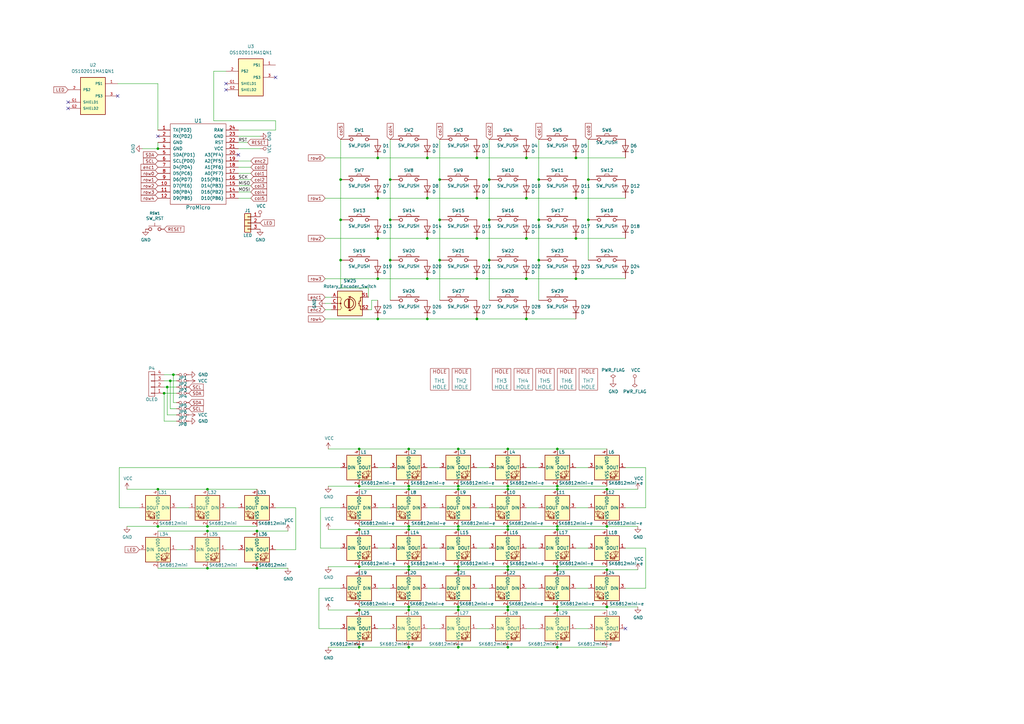
<source format=kicad_sch>
(kicad_sch (version 20211123) (generator eeschema)
  (paper "A3")
  (junction (at 241.3 73.66))
  (junction (at 195.58 114.3))
  (junction (at 208.28 232.41))
  (junction (at 236.22 64.77))
  (junction (at 208.28 200.66))
  (junction (at 180.34 90.17))
  (junction (at 228.6 248.92))
  (junction (at 215.9 97.79))
  (junction (at 167.64 232.41))
  (junction (at 248.92 248.92))
  (junction (at 167.64 215.9))
  (junction (at 241.3 90.17))
  (junction (at 147.32 217.17))
  (junction (at 228.6 265.43))
  (junction (at 64.77 200.66))
  (junction (at 228.6 199.39))
  (junction (at 228.6 184.15))
  (junction (at 187.96 217.17))
  (junction (at 187.96 265.43))
  (junction (at 187.96 215.9))
  (junction (at 200.66 73.66))
  (junction (at 228.6 233.68))
  (junction (at 200.66 90.17))
  (junction (at 167.64 233.68))
  (junction (at 69.85 156.21))
  (junction (at 228.6 250.19))
  (junction (at 85.09 215.9))
  (junction (at 139.7 73.66))
  (junction (at 215.9 114.3))
  (junction (at 187.96 200.66))
  (junction (at 208.28 199.39))
  (junction (at 147.32 265.43))
  (junction (at 248.92 200.66))
  (junction (at 228.6 217.17))
  (junction (at 154.94 97.79))
  (junction (at 248.92 233.68))
  (junction (at 208.28 215.9))
  (junction (at 147.32 199.39))
  (junction (at 220.98 73.66))
  (junction (at 147.32 250.19))
  (junction (at 105.41 233.045))
  (junction (at 187.96 248.92))
  (junction (at 167.64 200.66))
  (junction (at 208.28 233.68))
  (junction (at 160.02 90.17))
  (junction (at 139.7 106.68))
  (junction (at 220.98 90.17))
  (junction (at 167.64 250.19))
  (junction (at 236.22 97.79))
  (junction (at 180.34 73.66))
  (junction (at 187.96 184.15))
  (junction (at 208.28 217.17))
  (junction (at 236.22 114.3))
  (junction (at 208.28 184.15))
  (junction (at 154.94 114.3))
  (junction (at 228.6 215.9))
  (junction (at 180.34 106.68))
  (junction (at 195.58 64.77))
  (junction (at 215.9 130.81))
  (junction (at 228.6 232.41))
  (junction (at 175.26 114.3))
  (junction (at 71.12 153.67))
  (junction (at 187.96 232.41))
  (junction (at 215.9 64.77))
  (junction (at 139.7 90.17))
  (junction (at 215.9 81.28))
  (junction (at 175.26 81.28))
  (junction (at 175.26 97.79))
  (junction (at 195.58 130.81))
  (junction (at 160.02 106.68))
  (junction (at 208.28 248.92))
  (junction (at 236.22 81.28))
  (junction (at 187.96 233.68))
  (junction (at 208.28 250.19))
  (junction (at 85.09 233.045))
  (junction (at 220.98 106.68))
  (junction (at 195.58 81.28))
  (junction (at 154.94 130.81))
  (junction (at 228.6 200.66))
  (junction (at 105.41 217.805))
  (junction (at 68.58 158.75))
  (junction (at 167.64 184.15))
  (junction (at 85.09 200.66))
  (junction (at 154.94 64.77))
  (junction (at 147.32 232.41))
  (junction (at 200.66 106.68))
  (junction (at 64.77 60.96))
  (junction (at 187.96 199.39))
  (junction (at 160.02 73.66))
  (junction (at 248.92 215.9))
  (junction (at 64.77 215.9))
  (junction (at 195.58 97.79))
  (junction (at 187.96 250.19))
  (junction (at 167.64 248.92))
  (junction (at 167.64 199.39))
  (junction (at 167.64 265.43))
  (junction (at 85.09 217.805))
  (junction (at 147.32 184.15))
  (junction (at 175.26 64.77))
  (junction (at 208.28 265.43))
  (junction (at 154.94 81.28))
  (junction (at 67.31 161.29))
  (junction (at 167.64 217.17))
  (junction (at 175.26 130.81))
  (no_connect (at 64.77 55.88))
  (no_connect (at 97.79 63.5))
  (no_connect (at 48.26 39.37))
  (no_connect (at 27.94 44.45))
  (no_connect (at 27.94 41.91))
  (no_connect (at 256.54 257.81))
  (no_connect (at 92.71 34.29))
  (no_connect (at 92.71 36.83))
  (no_connect (at 113.03 31.75))
  (wire (pts (xy 160.02 106.68) (xy 160.02 123.19)))
  (wire (pts (xy 67.31 153.67) (xy 71.12 153.67)))
  (wire (pts (xy 151.13 121.92) (xy 151.13 118.11)))
  (wire (pts (xy 113.03 49.53) (xy 113.03 53.34)))
  (wire (pts (xy 187.96 184.15) (xy 208.28 184.15)))
  (wire (pts (xy 105.41 233.045) (xy 85.09 233.045)))
  (wire (pts (xy 175.26 97.79) (xy 154.94 97.79)))
  (wire (pts (xy 134.62 199.39) (xy 147.32 199.39)))
  (wire (pts (xy 134.62 265.43) (xy 147.32 265.43)))
  (wire (pts (xy 105.41 217.805) (xy 85.09 217.805)))
  (wire (pts (xy 256.54 224.79) (xy 264.795 224.79)))
  (wire (pts (xy 208.28 200.66) (xy 228.6 200.66)))
  (wire (pts (xy 215.9 81.28) (xy 236.22 81.28)))
  (wire (pts (xy 85.09 200.66) (xy 105.41 200.66)))
  (wire (pts (xy 187.96 217.17) (xy 208.28 217.17)))
  (wire (pts (xy 200.66 57.15) (xy 200.66 73.66)))
  (wire (pts (xy 85.09 215.9) (xy 105.41 215.9)))
  (wire (pts (xy 228.6 199.39) (xy 248.92 199.39)))
  (wire (pts (xy 64.77 53.34) (xy 64.77 34.29)))
  (wire (pts (xy 208.28 217.17) (xy 228.6 217.17)))
  (wire (pts (xy 87.63 29.21) (xy 87.63 49.53)))
  (wire (pts (xy 228.6 232.41) (xy 248.92 232.41)))
  (wire (pts (xy 105.41 233.045) (xy 118.11 233.045)))
  (wire (pts (xy 200.66 106.68) (xy 200.66 123.19)))
  (wire (pts (xy 147.32 200.66) (xy 167.64 200.66)))
  (wire (pts (xy 236.22 224.79) (xy 241.3 224.79)))
  (wire (pts (xy 195.58 114.3) (xy 215.9 114.3)))
  (wire (pts (xy 228.6 215.9) (xy 248.92 215.9)))
  (wire (pts (xy 85.09 233.045) (xy 64.77 233.045)))
  (wire (pts (xy 215.9 241.3) (xy 220.98 241.3)))
  (wire (pts (xy 236.22 64.77) (xy 215.9 64.77)))
  (wire (pts (xy 133.35 127) (xy 135.89 127)))
  (wire (pts (xy 167.64 184.15) (xy 187.96 184.15)))
  (wire (pts (xy 195.58 257.81) (xy 200.66 257.81)))
  (wire (pts (xy 215.9 208.28) (xy 220.98 208.28)))
  (wire (pts (xy 175.26 191.77) (xy 180.34 191.77)))
  (wire (pts (xy 139.7 90.17) (xy 139.7 106.68)))
  (wire (pts (xy 228.6 200.66) (xy 248.92 200.66)))
  (wire (pts (xy 64.77 60.96) (xy 58.42 60.96)))
  (wire (pts (xy 175.26 97.79) (xy 195.58 97.79)))
  (wire (pts (xy 215.9 114.3) (xy 236.22 114.3)))
  (wire (pts (xy 154.94 81.28) (xy 133.35 81.28)))
  (wire (pts (xy 228.6 217.17) (xy 248.92 217.17)))
  (wire (pts (xy 147.32 217.17) (xy 167.64 217.17)))
  (wire (pts (xy 195.58 81.28) (xy 215.9 81.28)))
  (wire (pts (xy 167.64 199.39) (xy 187.96 199.39)))
  (wire (pts (xy 248.92 248.92) (xy 261.62 248.92)))
  (wire (pts (xy 228.6 250.19) (xy 248.92 250.19)))
  (wire (pts (xy 187.96 233.68) (xy 208.28 233.68)))
  (wire (pts (xy 69.85 167.64) (xy 72.39 167.64)))
  (wire (pts (xy 67.31 161.29) (xy 72.39 161.29)))
  (wire (pts (xy 208.28 233.68) (xy 228.6 233.68)))
  (wire (pts (xy 167.64 248.92) (xy 187.96 248.92)))
  (wire (pts (xy 64.77 58.42) (xy 64.77 60.96)))
  (wire (pts (xy 147.32 265.43) (xy 167.64 265.43)))
  (wire (pts (xy 208.28 250.19) (xy 228.6 250.19)))
  (wire (pts (xy 64.77 200.66) (xy 85.09 200.66)))
  (wire (pts (xy 167.64 250.19) (xy 187.96 250.19)))
  (wire (pts (xy 139.7 208.28) (xy 131.445 208.28)))
  (wire (pts (xy 72.39 156.21) (xy 69.85 156.21)))
  (wire (pts (xy 67.31 161.29) (xy 67.31 172.72)))
  (wire (pts (xy 187.96 199.39) (xy 208.28 199.39)))
  (wire (pts (xy 208.28 265.43) (xy 228.6 265.43)))
  (wire (pts (xy 152.4 123.19) (xy 154.94 123.19)))
  (wire (pts (xy 220.98 106.68) (xy 220.98 90.17)))
  (wire (pts (xy 241.3 90.17) (xy 241.3 106.68)))
  (wire (pts (xy 102.87 81.28) (xy 97.79 81.28)))
  (wire (pts (xy 236.22 114.3) (xy 256.54 114.3)))
  (wire (pts (xy 195.58 64.77) (xy 215.9 64.77)))
  (wire (pts (xy 92.71 29.21) (xy 87.63 29.21)))
  (wire (pts (xy 208.28 215.9) (xy 228.6 215.9)))
  (wire (pts (xy 167.64 248.92) (xy 147.32 248.92)))
  (wire (pts (xy 236.22 97.79) (xy 256.54 97.79)))
  (wire (pts (xy 154.94 257.81) (xy 160.02 257.81)))
  (wire (pts (xy 228.6 248.92) (xy 248.92 248.92)))
  (wire (pts (xy 175.26 114.3) (xy 195.58 114.3)))
  (wire (pts (xy 92.71 208.28) (xy 97.79 208.28)))
  (wire (pts (xy 167.64 215.9) (xy 187.96 215.9)))
  (wire (pts (xy 130.81 257.81) (xy 139.7 257.81)))
  (wire (pts (xy 180.34 73.66) (xy 180.34 90.17)))
  (wire (pts (xy 215.9 191.77) (xy 220.98 191.77)))
  (wire (pts (xy 215.9 130.81) (xy 236.22 130.81)))
  (wire (pts (xy 67.31 158.75) (xy 68.58 158.75)))
  (wire (pts (xy 101.6 58.42) (xy 97.79 58.42)))
  (wire (pts (xy 160.02 57.15) (xy 160.02 73.66)))
  (wire (pts (xy 200.66 90.17) (xy 200.66 106.68)))
  (wire (pts (xy 97.79 53.34) (xy 113.03 53.34)))
  (wire (pts (xy 180.34 90.17) (xy 180.34 106.68)))
  (wire (pts (xy 167.64 217.17) (xy 187.96 217.17)))
  (wire (pts (xy 220.98 57.15) (xy 220.98 73.66)))
  (wire (pts (xy 71.12 153.67) (xy 71.12 165.1)))
  (wire (pts (xy 175.26 81.28) (xy 154.94 81.28)))
  (wire (pts (xy 180.34 106.68) (xy 180.34 123.19)))
  (wire (pts (xy 195.58 191.77) (xy 200.66 191.77)))
  (wire (pts (xy 195.58 241.3) (xy 200.66 241.3)))
  (wire (pts (xy 215.9 224.79) (xy 220.98 224.79)))
  (wire (pts (xy 68.58 158.75) (xy 72.39 158.75)))
  (wire (pts (xy 154.94 97.79) (xy 133.35 97.79)))
  (wire (pts (xy 72.39 170.18) (xy 68.58 170.18)))
  (wire (pts (xy 152.4 127) (xy 152.4 123.19)))
  (wire (pts (xy 167.64 199.39) (xy 147.32 199.39)))
  (wire (pts (xy 187.96 248.92) (xy 208.28 248.92)))
  (wire (pts (xy 256.54 191.77) (xy 264.795 191.77)))
  (wire (pts (xy 154.94 241.3) (xy 160.02 241.3)))
  (wire (pts (xy 154.94 191.77) (xy 160.02 191.77)))
  (wire (pts (xy 67.31 156.21) (xy 69.85 156.21)))
  (wire (pts (xy 72.39 153.67) (xy 71.12 153.67)))
  (wire (pts (xy 72.39 225.425) (xy 77.47 225.425)))
  (wire (pts (xy 121.285 225.425) (xy 113.03 225.425)))
  (wire (pts (xy 175.26 241.3) (xy 180.34 241.3)))
  (wire (pts (xy 97.79 73.66) (xy 102.87 73.66)))
  (wire (pts (xy 167.64 233.68) (xy 187.96 233.68)))
  (wire (pts (xy 248.92 215.9) (xy 261.62 215.9)))
  (wire (pts (xy 105.41 217.805) (xy 118.11 217.805)))
  (wire (pts (xy 175.26 64.77) (xy 154.94 64.77)))
  (wire (pts (xy 195.58 130.81) (xy 215.9 130.81)))
  (wire (pts (xy 236.22 257.81) (xy 241.3 257.81)))
  (wire (pts (xy 151.13 127) (xy 152.4 127)))
  (wire (pts (xy 220.98 73.66) (xy 220.98 90.17)))
  (wire (pts (xy 160.02 90.17) (xy 160.02 106.68)))
  (wire (pts (xy 139.7 106.68) (xy 139.7 118.11)))
  (wire (pts (xy 92.71 225.425) (xy 97.79 225.425)))
  (wire (pts (xy 97.79 76.2) (xy 102.87 76.2)))
  (wire (pts (xy 64.77 215.9) (xy 85.09 215.9)))
  (wire (pts (xy 139.7 73.66) (xy 139.7 90.17)))
  (wire (pts (xy 52.07 200.66) (xy 64.77 200.66)))
  (wire (pts (xy 154.94 130.81) (xy 175.26 130.81)))
  (wire (pts (xy 236.22 191.77) (xy 241.3 191.77)))
  (wire (pts (xy 220.98 106.68) (xy 220.98 123.19)))
  (wire (pts (xy 195.58 208.28) (xy 200.66 208.28)))
  (wire (pts (xy 187.96 265.43) (xy 208.28 265.43)))
  (wire (pts (xy 236.22 208.28) (xy 241.3 208.28)))
  (wire (pts (xy 248.92 200.66) (xy 261.62 200.66)))
  (wire (pts (xy 208.28 199.39) (xy 228.6 199.39)))
  (wire (pts (xy 228.6 265.43) (xy 248.92 265.43)))
  (wire (pts (xy 167.64 200.66) (xy 187.96 200.66)))
  (wire (pts (xy 228.6 184.15) (xy 248.92 184.15)))
  (wire (pts (xy 67.31 172.72) (xy 72.39 172.72)))
  (wire (pts (xy 248.92 233.68) (xy 261.62 233.68)))
  (wire (pts (xy 134.62 232.41) (xy 147.32 232.41)))
  (wire (pts (xy 160.02 73.66) (xy 160.02 90.17)))
  (wire (pts (xy 208.28 232.41) (xy 228.6 232.41)))
  (wire (pts (xy 154.94 64.77) (xy 133.35 64.77)))
  (wire (pts (xy 131.445 208.28) (xy 131.445 224.79)))
  (wire (pts (xy 134.62 250.19) (xy 147.32 250.19)))
  (wire (pts (xy 167.64 232.41) (xy 187.96 232.41)))
  (wire (pts (xy 175.26 224.79) (xy 180.34 224.79)))
  (wire (pts (xy 134.62 217.17) (xy 147.32 217.17)))
  (wire (pts (xy 208.28 184.15) (xy 228.6 184.15)))
  (wire (pts (xy 57.15 208.28) (xy 48.895 208.28)))
  (wire (pts (xy 121.285 225.425) (xy 121.285 208.28)))
  (wire (pts (xy 236.22 81.28) (xy 256.54 81.28)))
  (wire (pts (xy 139.7 57.15) (xy 139.7 73.66)))
  (wire (pts (xy 48.895 208.28) (xy 48.895 191.77)))
  (wire (pts (xy 187.96 250.19) (xy 208.28 250.19)))
  (wire (pts (xy 200.66 73.66) (xy 200.66 90.17)))
  (wire (pts (xy 264.795 224.79) (xy 264.795 241.3)))
  (wire (pts (xy 133.35 130.81) (xy 154.94 130.81)))
  (wire (pts (xy 131.445 224.79) (xy 139.7 224.79)))
  (wire (pts (xy 113.03 208.28) (xy 121.285 208.28)))
  (wire (pts (xy 175.26 64.77) (xy 195.58 64.77)))
  (wire (pts (xy 167.64 215.9) (xy 147.32 215.9)))
  (wire (pts (xy 134.62 184.15) (xy 147.32 184.15)))
  (wire (pts (xy 69.85 156.21) (xy 69.85 167.64)))
  (wire (pts (xy 64.77 34.29) (xy 48.26 34.29)))
  (wire (pts (xy 154.94 208.28) (xy 160.02 208.28)))
  (wire (pts (xy 72.39 165.1) (xy 71.12 165.1)))
  (wire (pts (xy 175.26 81.28) (xy 195.58 81.28)))
  (wire (pts (xy 264.795 208.28) (xy 256.54 208.28)))
  (wire (pts (xy 102.87 71.12) (xy 97.79 71.12)))
  (wire (pts (xy 68.58 170.18) (xy 68.58 158.75)))
  (wire (pts (xy 195.58 97.79) (xy 215.9 97.79)))
  (wire (pts (xy 215.9 257.81) (xy 220.98 257.81)))
  (wire (pts (xy 175.26 130.81) (xy 195.58 130.81)))
  (wire (pts (xy 147.32 250.19) (xy 167.64 250.19)))
  (wire (pts (xy 48.895 191.77) (xy 139.7 191.77)))
  (wire (pts (xy 106.68 60.96) (xy 97.79 60.96)))
  (wire (pts (xy 264.795 191.77) (xy 264.795 208.28)))
  (wire (pts (xy 187.96 232.41) (xy 208.28 232.41)))
  (wire (pts (xy 147.32 233.68) (xy 167.64 233.68)))
  (wire (pts (xy 236.22 64.77) (xy 256.54 64.77)))
  (wire (pts (xy 154.94 114.3) (xy 133.35 114.3)))
  (wire (pts (xy 187.96 265.43) (xy 167.64 265.43)))
  (wire (pts (xy 208.28 248.92) (xy 228.6 248.92)))
  (wire (pts (xy 139.7 241.3) (xy 130.81 241.3)))
  (wire (pts (xy 72.39 208.28) (xy 77.47 208.28)))
  (wire (pts (xy 175.26 257.81) (xy 180.34 257.81)))
  (wire (pts (xy 195.58 224.79) (xy 200.66 224.79)))
  (wire (pts (xy 102.87 78.74) (xy 97.79 78.74)))
  (wire (pts (xy 106.68 55.88) (xy 97.79 55.88)))
  (wire (pts (xy 241.3 90.17) (xy 241.3 73.66)))
  (wire (pts (xy 175.26 208.28) (xy 180.34 208.28)))
  (wire (pts (xy 147.32 184.15) (xy 167.64 184.15)))
  (wire (pts (xy 97.79 68.58) (xy 102.87 68.58)))
  (wire (pts (xy 151.13 118.11) (xy 139.7 118.11)))
  (wire (pts (xy 187.96 215.9) (xy 208.28 215.9)))
  (wire (pts (xy 87.63 49.53) (xy 113.03 49.53)))
  (wire (pts (xy 97.79 66.04) (xy 102.87 66.04)))
  (wire (pts (xy 130.81 241.3) (xy 130.81 257.81)))
  (wire (pts (xy 180.34 57.15) (xy 180.34 73.66)))
  (wire (pts (xy 175.26 114.3) (xy 154.94 114.3)))
  (wire (pts (xy 215.9 97.79) (xy 236.22 97.79)))
  (wire (pts (xy 236.22 241.3) (xy 241.3 241.3)))
  (wire (pts (xy 52.07 215.9) (xy 64.77 215.9)))
  (wire (pts (xy 85.09 217.805) (xy 64.77 217.805)))
  (wire (pts (xy 154.94 224.79) (xy 160.02 224.79)))
  (wire (pts (xy 187.96 200.66) (xy 208.28 200.66)))
  (wire (pts (xy 228.6 233.68) (xy 248.92 233.68)))
  (wire (pts (xy 241.3 73.66) (xy 241.3 57.15)))
  (wire (pts (xy 133.35 121.92) (xy 135.89 121.92)))
  (wire (pts (xy 264.795 241.3) (xy 256.54 241.3)))
  (wire (pts (xy 133.35 124.46) (xy 135.89 124.46)))
  (wire (pts (xy 167.64 232.41) (xy 147.32 232.41)))
  (label "RST" (at 97.79 58.42 0))
  (label "SCK" (at 97.79 73.66 0))
  (label "MISO" (at 97.79 76.2 0))
  (label "MOSI" (at 97.79 78.74 0))
  (global_label "row0" (shape input) (at 133.35 64.77 180) (property "Intersheet References" "${INTERSHEET_REFS}" (effects hide)))
  (global_label "col5" (shape input) (at 102.87 81.28 0) (property "Intersheet References" "${INTERSHEET_REFS}" (effects hide)))
  (global_label "enc2" (shape input) (at 133.35 127 180) (property "Intersheet References" "${INTERSHEET_REFS}" (effects hide)))
  (global_label "col5" (shape input) (at 139.7 57.15 90) (property "Intersheet References" "${INTERSHEET_REFS}" (effects hide)))
  (global_label "col3" (shape input) (at 180.34 57.15 90) (property "Intersheet References" "${INTERSHEET_REFS}" (effects hide)))
  (global_label "row1" (shape input) (at 64.77 73.66 180) (property "Intersheet References" "${INTERSHEET_REFS}" (effects hide)))
  (global_label "col4" (shape input) (at 102.87 78.74 0) (property "Intersheet References" "${INTERSHEET_REFS}" (effects hide)))
  (global_label "LED" (shape input) (at 57.15 225.425 180) (property "Intersheet References" "${INTERSHEET_REFS}" (effects hide)))
  (global_label "row1" (shape input) (at 133.35 81.28 180) (property "Intersheet References" "${INTERSHEET_REFS}" (effects hide)))
  (global_label "enc1" (shape input) (at 64.77 68.58 180) (property "Intersheet References" "${INTERSHEET_REFS}" (effects hide)))
  (global_label "col0" (shape input) (at 102.87 68.58 0) (property "Intersheet References" "${INTERSHEET_REFS}" (effects hide)))
  (global_label "col3" (shape input) (at 102.87 76.2 0) (property "Intersheet References" "${INTERSHEET_REFS}" (effects hide)))
  (global_label "row0" (shape input) (at 64.77 71.12 180) (property "Intersheet References" "${INTERSHEET_REFS}" (effects hide)))
  (global_label "SCL" (shape input) (at 77.47 167.64 0) (property "Intersheet References" "${INTERSHEET_REFS}" (effects hide)))
  (global_label "row2" (shape input) (at 64.77 76.2 180) (property "Intersheet References" "${INTERSHEET_REFS}" (effects hide)))
  (global_label "LED" (shape input) (at 27.94 36.83 180) (property "Intersheet References" "${INTERSHEET_REFS}" (effects hide)))
  (global_label "col4" (shape input) (at 160.02 57.15 90) (property "Intersheet References" "${INTERSHEET_REFS}" (effects hide)))
  (global_label "SDA" (shape input) (at 64.77 63.5 180) (property "Intersheet References" "${INTERSHEET_REFS}" (effects hide)))
  (global_label "col1" (shape input) (at 102.87 71.12 0) (property "Intersheet References" "${INTERSHEET_REFS}" (effects hide)))
  (global_label "enc1" (shape input) (at 133.35 121.92 180) (property "Intersheet References" "${INTERSHEET_REFS}" (effects hide)))
  (global_label "SDA" (shape input) (at 77.47 165.1 0) (property "Intersheet References" "${INTERSHEET_REFS}" (effects hide)))
  (global_label "col1" (shape input) (at 220.98 57.15 90) (property "Intersheet References" "${INTERSHEET_REFS}" (effects hide)))
  (global_label "col0" (shape input) (at 241.3 57.15 90) (property "Intersheet References" "${INTERSHEET_REFS}" (effects hide)))
  (global_label "SDA" (shape input) (at 77.47 161.29 0) (property "Intersheet References" "${INTERSHEET_REFS}" (effects hide)))
  (global_label "enc2" (shape input) (at 102.87 66.04 0) (property "Intersheet References" "${INTERSHEET_REFS}" (effects hide)))
  (global_label "row4" (shape input) (at 64.77 81.28 180) (property "Intersheet References" "${INTERSHEET_REFS}" (effects hide)))
  (global_label "RESET" (shape input) (at 101.6 58.42 0) (property "Intersheet References" "${INTERSHEET_REFS}" (effects hide)))
  (global_label "RESET" (shape input) (at 67.31 93.98 0) (property "Intersheet References" "${INTERSHEET_REFS}" (effects hide)))
  (global_label "row3" (shape input) (at 64.77 78.74 180) (property "Intersheet References" "${INTERSHEET_REFS}" (effects hide)))
  (global_label "row4" (shape input) (at 133.35 130.81 180) (property "Intersheet References" "${INTERSHEET_REFS}" (effects hide)))
  (global_label "SCL" (shape input) (at 77.47 158.75 0) (property "Intersheet References" "${INTERSHEET_REFS}" (effects hide)))
  (global_label "row3" (shape input) (at 133.35 114.3 180) (property "Intersheet References" "${INTERSHEET_REFS}" (effects hide)))
  (global_label "col2" (shape input) (at 102.87 73.66 0) (property "Intersheet References" "${INTERSHEET_REFS}" (effects hide)))
  (global_label "LED" (shape input) (at 106.68 91.44 0) (property "Intersheet References" "${INTERSHEET_REFS}" (effects hide)))
  (global_label "SCL" (shape input) (at 64.77 66.04 180) (property "Intersheet References" "${INTERSHEET_REFS}" (effects hide)))
  (global_label "row2" (shape input) (at 133.35 97.79 180) (property "Intersheet References" "${INTERSHEET_REFS}" (effects hide)))
  (global_label "col2" (shape input) (at 200.66 57.15 90) (property "Intersheet References" "${INTERSHEET_REFS}" (effects hide)))
  (symbol (lib_id "Lily58-rescue:ProMicro_2-Lily58-cache") (at 81.28 67.31 0) (unit 1)
    (property "Reference" "U1" (at 81.28 49.53 0) (effects (font (size 1.524 1.524))))
    (property "Value" "ProMicro" (at 81.28 85.09 0) (effects (font (size 1.524 1.524))))
    (property "Footprint" "Lily58-footprint:ProMicro_rev2" (effects hide))
  )
  (symbol (lib_id "Lily58-rescue:SW_PUSH-Lily58-cache") (at 167.64 123.19 0) (unit 1)
    (property "Reference" "SW26" (at 167.64 119.38 0))
    (property "Value" "SW_PUSH" (at 167.64 125.73 0))
    (property "Footprint" "Lily58-footprint:MX_Socket_18mm" (effects hide))
  )
  (symbol (lib_id "Lily58-rescue:SW_PUSH-Lily58-cache") (at 147.32 57.15 0) (unit 1)
    (property "Reference" "SW1" (at 147.32 53.34 0))
    (property "Value" "SW_PUSH" (at 147.32 59.69 0))
    (property "Footprint" "Lily58-footprint:MX_Socket_18mm" (effects hide))
  )
  (symbol (lib_id "Lily58-rescue:D-Lily58-cache") (at 154.94 60.96 90) (unit 1)
    (property "Reference" "D1" (at 156.9466 59.7916 90) (effects (justify right)))
    (property "Value" "D" (at 156.9466 62.103 90) (effects (justify right)))
    (property "Footprint" "Lily58-footprint:Diode_TH_SOD123" (effects hide))
  )
  (symbol (lib_id "Lily58-rescue:SW_PUSH-Lily58-cache") (at 167.64 57.15 0) (unit 1)
    (property "Reference" "SW2" (at 167.64 53.34 0))
    (property "Value" "SW_PUSH" (at 167.64 59.69 0))
    (property "Footprint" "Lily58-footprint:MX_Socket_18mm" (effects hide))
  )
  (symbol (lib_id "Lily58-rescue:D-Lily58-cache") (at 175.26 60.96 90) (unit 1)
    (property "Reference" "D2" (at 177.2666 59.7916 90) (effects (justify right)))
    (property "Value" "D" (at 177.2666 62.103 90) (effects (justify right)))
    (property "Footprint" "Lily58-footprint:Diode_TH_SOD123" (effects hide))
  )
  (symbol (lib_id "Lily58-rescue:SW_PUSH-Lily58-cache") (at 187.96 57.15 0) (unit 1)
    (property "Reference" "SW3" (at 187.96 53.34 0))
    (property "Value" "SW_PUSH" (at 187.96 59.69 0))
    (property "Footprint" "Lily58-footprint:MX_Socket_18mm" (effects hide))
  )
  (symbol (lib_id "Lily58-rescue:D-Lily58-cache") (at 195.58 60.96 90) (unit 1)
    (property "Reference" "D3" (at 197.5866 59.7916 90) (effects (justify right)))
    (property "Value" "D" (at 197.5866 62.103 90) (effects (justify right)))
    (property "Footprint" "Lily58-footprint:Diode_TH_SOD123" (effects hide))
  )
  (symbol (lib_id "Lily58-rescue:SW_PUSH-Lily58-cache") (at 208.28 57.15 0) (unit 1)
    (property "Reference" "SW4" (at 208.28 53.34 0))
    (property "Value" "SW_PUSH" (at 208.28 59.69 0))
    (property "Footprint" "Lily58-footprint:MX_Socket_18mm" (effects hide))
  )
  (symbol (lib_id "Lily58-rescue:D-Lily58-cache") (at 215.9 60.96 90) (unit 1)
    (property "Reference" "D4" (at 217.9066 59.7916 90) (effects (justify right)))
    (property "Value" "D" (at 217.9066 62.103 90) (effects (justify right)))
    (property "Footprint" "Lily58-footprint:Diode_TH_SOD123" (effects hide))
  )
  (symbol (lib_id "Lily58-rescue:SW_PUSH-Lily58-cache") (at 228.6 57.15 0) (unit 1)
    (property "Reference" "SW5" (at 228.6 53.34 0))
    (property "Value" "SW_PUSH" (at 228.6 59.69 0))
    (property "Footprint" "Lily58-footprint:MX_Socket_18mm" (effects hide))
  )
  (symbol (lib_id "Lily58-rescue:D-Lily58-cache") (at 236.22 60.96 90) (unit 1)
    (property "Reference" "D5" (at 238.2266 59.7916 90) (effects (justify right)))
    (property "Value" "D" (at 238.2266 62.103 90) (effects (justify right)))
    (property "Footprint" "Lily58-footprint:Diode_TH_SOD123" (effects hide))
  )
  (symbol (lib_id "Lily58-rescue:SW_PUSH-Lily58-cache") (at 248.92 57.15 0) (unit 1)
    (property "Reference" "SW6" (at 248.92 53.34 0))
    (property "Value" "SW_PUSH" (at 248.92 58.42 0))
    (property "Footprint" "Lily58-footprint:MX_Socket_18mm" (effects hide))
  )
  (symbol (lib_id "Lily58-rescue:D-Lily58-cache") (at 256.54 60.96 90) (unit 1)
    (property "Reference" "D6" (at 258.5466 59.7916 90) (effects (justify right)))
    (property "Value" "D" (at 258.5466 62.103 90) (effects (justify right)))
    (property "Footprint" "Lily58-footprint:Diode_TH_SOD123" (effects hide))
  )
  (symbol (lib_id "Lily58-rescue:SW_PUSH-Lily58-cache") (at 167.64 73.66 0) (unit 1)
    (property "Reference" "SW8" (at 167.64 69.85 0))
    (property "Value" "SW_PUSH" (at 167.64 76.2 0))
    (property "Footprint" "Lily58-footprint:MX_Socket_18mm" (effects hide))
  )
  (symbol (lib_id "Lily58-rescue:SW_PUSH-Lily58-cache") (at 187.96 73.66 0) (unit 1)
    (property "Reference" "SW9" (at 187.96 69.85 0))
    (property "Value" "SW_PUSH" (at 187.96 76.2 0))
    (property "Footprint" "Lily58-footprint:MX_Socket_18mm" (effects hide))
  )
  (symbol (lib_id "Lily58-rescue:SW_PUSH-Lily58-cache") (at 208.28 73.66 0) (unit 1)
    (property "Reference" "SW10" (at 208.28 69.85 0))
    (property "Value" "SW_PUSH" (at 208.28 76.2 0))
    (property "Footprint" "Lily58-footprint:MX_Socket_18mm" (effects hide))
  )
  (symbol (lib_id "Lily58-rescue:SW_PUSH-Lily58-cache") (at 228.6 73.66 0) (unit 1)
    (property "Reference" "SW11" (at 228.6 69.85 0))
    (property "Value" "SW_PUSH" (at 228.6 76.2 0))
    (property "Footprint" "Lily58-footprint:MX_Socket_18mm" (effects hide))
  )
  (symbol (lib_id "Lily58-rescue:SW_PUSH-Lily58-cache") (at 248.92 73.66 0) (unit 1)
    (property "Reference" "SW12" (at 248.92 69.85 0))
    (property "Value" "SW_PUSH" (at 248.92 76.2 0))
    (property "Footprint" "Lily58-footprint:MX_Socket_18mm" (effects hide))
  )
  (symbol (lib_id "Lily58-rescue:SW_PUSH-Lily58-cache") (at 147.32 73.66 0) (unit 1)
    (property "Reference" "SW7" (at 147.32 69.85 0))
    (property "Value" "SW_PUSH" (at 147.32 76.2 0))
    (property "Footprint" "Lily58-footprint:MX_Socket_18mm" (effects hide))
  )
  (symbol (lib_id "Lily58-rescue:D-Lily58-cache") (at 154.94 77.47 90) (unit 1)
    (property "Reference" "D7" (at 156.9466 76.3016 90) (effects (justify right)))
    (property "Value" "D" (at 156.9466 78.613 90) (effects (justify right)))
    (property "Footprint" "Lily58-footprint:Diode_TH_SOD123" (effects hide))
  )
  (symbol (lib_id "Lily58-rescue:D-Lily58-cache") (at 175.26 77.47 90) (unit 1)
    (property "Reference" "D8" (at 177.2666 76.3016 90) (effects (justify right)))
    (property "Value" "D" (at 177.2666 78.613 90) (effects (justify right)))
    (property "Footprint" "Lily58-footprint:Diode_TH_SOD123" (effects hide))
  )
  (symbol (lib_id "Lily58-rescue:D-Lily58-cache") (at 195.58 77.47 90) (unit 1)
    (property "Reference" "D9" (at 197.5866 76.3016 90) (effects (justify right)))
    (property "Value" "D" (at 197.5866 78.613 90) (effects (justify right)))
    (property "Footprint" "Lily58-footprint:Diode_TH_SOD123" (effects hide))
  )
  (symbol (lib_id "Lily58-rescue:D-Lily58-cache") (at 215.9 77.47 90) (unit 1)
    (property "Reference" "D10" (at 217.9066 76.3016 90) (effects (justify right)))
    (property "Value" "D" (at 217.9066 78.613 90) (effects (justify right)))
    (property "Footprint" "Lily58-footprint:Diode_TH_SOD123" (effects hide))
  )
  (symbol (lib_id "Lily58-rescue:D-Lily58-cache") (at 236.22 77.47 90) (unit 1)
    (property "Reference" "D11" (at 238.2266 76.3016 90) (effects (justify right)))
    (property "Value" "D" (at 238.2266 78.613 90) (effects (justify right)))
    (property "Footprint" "Lily58-footprint:Diode_TH_SOD123" (effects hide))
  )
  (symbol (lib_id "Lily58-rescue:D-Lily58-cache") (at 256.54 77.47 90) (unit 1)
    (property "Reference" "D12" (at 258.5466 76.3016 90) (effects (justify right)))
    (property "Value" "D" (at 258.5466 78.613 90) (effects (justify right)))
    (property "Footprint" "Lily58-footprint:Diode_TH_SOD123" (effects hide))
  )
  (symbol (lib_id "Lily58-rescue:SW_PUSH-Lily58-cache") (at 147.32 90.17 0) (unit 1)
    (property "Reference" "SW13" (at 147.32 86.36 0))
    (property "Value" "SW_PUSH" (at 147.32 92.71 0))
    (property "Footprint" "Lily58-footprint:MX_Socket_18mm" (effects hide))
  )
  (symbol (lib_id "Lily58-rescue:SW_PUSH-Lily58-cache") (at 167.64 90.17 0) (unit 1)
    (property "Reference" "SW14" (at 167.64 86.36 0))
    (property "Value" "SW_PUSH" (at 167.64 92.71 0))
    (property "Footprint" "Lily58-footprint:MX_Socket_18mm" (effects hide))
  )
  (symbol (lib_id "Lily58-rescue:SW_PUSH-Lily58-cache") (at 187.96 90.17 0) (unit 1)
    (property "Reference" "SW15" (at 187.96 86.36 0))
    (property "Value" "SW_PUSH" (at 187.96 92.71 0))
    (property "Footprint" "Lily58-footprint:MX_Socket_18mm" (effects hide))
  )
  (symbol (lib_id "Lily58-rescue:SW_PUSH-Lily58-cache") (at 208.28 90.17 0) (unit 1)
    (property "Reference" "SW16" (at 208.28 86.36 0))
    (property "Value" "SW_PUSH" (at 208.28 92.71 0))
    (property "Footprint" "Lily58-footprint:MX_Socket_18mm" (effects hide))
  )
  (symbol (lib_id "Lily58-rescue:SW_PUSH-Lily58-cache") (at 228.6 90.17 0) (unit 1)
    (property "Reference" "SW17" (at 228.6 86.36 0))
    (property "Value" "SW_PUSH" (at 228.6 92.71 0))
    (property "Footprint" "Lily58-footprint:MX_Socket_18mm" (effects hide))
  )
  (symbol (lib_id "Lily58-rescue:SW_PUSH-Lily58-cache") (at 248.92 90.17 0) (unit 1)
    (property "Reference" "SW18" (at 248.92 86.36 0))
    (property "Value" "SW_PUSH" (at 248.92 92.71 0))
    (property "Footprint" "Lily58-footprint:MX_Socket_18mm" (effects hide))
  )
  (symbol (lib_id "Lily58-rescue:D-Lily58-cache") (at 154.94 93.98 90) (unit 1)
    (property "Reference" "D13" (at 156.9466 92.8116 90) (effects (justify right)))
    (property "Value" "D" (at 156.9466 95.123 90) (effects (justify right)))
    (property "Footprint" "Lily58-footprint:Diode_TH_SOD123" (effects hide))
  )
  (symbol (lib_id "Lily58-rescue:D-Lily58-cache") (at 175.26 93.98 90) (unit 1)
    (property "Reference" "D14" (at 177.2666 92.8116 90) (effects (justify right)))
    (property "Value" "D" (at 177.2666 95.123 90) (effects (justify right)))
    (property "Footprint" "Lily58-footprint:Diode_TH_SOD123" (effects hide))
  )
  (symbol (lib_id "Lily58-rescue:D-Lily58-cache") (at 195.58 93.98 90) (unit 1)
    (property "Reference" "D15" (at 197.5866 92.8116 90) (effects (justify right)))
    (property "Value" "D" (at 197.5866 95.123 90) (effects (justify right)))
    (property "Footprint" "Lily58-footprint:Diode_TH_SOD123" (effects hide))
  )
  (symbol (lib_id "Lily58-rescue:D-Lily58-cache") (at 215.9 93.98 90) (unit 1)
    (property "Reference" "D16" (at 217.9066 92.8116 90) (effects (justify right)))
    (property "Value" "D" (at 217.9066 95.123 90) (effects (justify right)))
    (property "Footprint" "Lily58-footprint:Diode_TH_SOD123" (effects hide))
  )
  (symbol (lib_id "Lily58-rescue:D-Lily58-cache") (at 236.22 93.98 90) (unit 1)
    (property "Reference" "D17" (at 238.2266 92.8116 90) (effects (justify right)))
    (property "Value" "D" (at 238.2266 95.123 90) (effects (justify right)))
    (property "Footprint" "Lily58-footprint:Diode_TH_SOD123" (effects hide))
  )
  (symbol (lib_id "Lily58-rescue:D-Lily58-cache") (at 256.54 93.98 90) (unit 1)
    (property "Reference" "D18" (at 258.5466 92.8116 90) (effects (justify right)))
    (property "Value" "D" (at 258.5466 95.123 90) (effects (justify right)))
    (property "Footprint" "Lily58-footprint:Diode_TH_SOD123" (effects hide))
  )
  (symbol (lib_id "Lily58-rescue:SW_PUSH-Lily58-cache") (at 187.96 106.68 0) (unit 1)
    (property "Reference" "SW21" (at 187.96 102.87 0))
    (property "Value" "SW_PUSH" (at 187.96 109.22 0))
    (property "Footprint" "Lily58-footprint:MX_Socket_18mm" (effects hide))
  )
  (symbol (lib_id "Lily58-rescue:SW_PUSH-Lily58-cache") (at 208.28 106.68 0) (unit 1)
    (property "Reference" "SW22" (at 208.28 102.87 0))
    (property "Value" "SW_PUSH" (at 208.28 109.22 0))
    (property "Footprint" "Lily58-footprint:MX_Socket_18mm" (effects hide))
  )
  (symbol (lib_id "Lily58-rescue:SW_PUSH-Lily58-cache") (at 228.6 106.68 0) (unit 1)
    (property "Reference" "SW23" (at 228.6 102.87 0))
    (property "Value" "SW_PUSH" (at 228.6 109.22 0))
    (property "Footprint" "Lily58-footprint:MX_Socket_18mm" (effects hide))
  )
  (symbol (lib_id "Lily58-rescue:SW_PUSH-Lily58-cache") (at 248.92 106.68 0) (unit 1)
    (property "Reference" "SW24" (at 248.92 102.87 0))
    (property "Value" "SW_PUSH" (at 248.92 109.22 0))
    (property "Footprint" "Lily58-footprint:MX_Socket_18mm" (effects hide))
  )
  (symbol (lib_id "Lily58-rescue:SW_PUSH-Lily58-cache") (at 167.64 106.68 0) (unit 1)
    (property "Reference" "SW20" (at 167.64 102.87 0))
    (property "Value" "SW_PUSH" (at 167.64 109.22 0))
    (property "Footprint" "Lily58-footprint:MX_Socket_18mm" (effects hide))
  )
  (symbol (lib_id "Lily58-rescue:SW_PUSH-Lily58-cache") (at 147.32 106.68 0) (unit 1)
    (property "Reference" "SW19" (at 147.32 102.87 0))
    (property "Value" "SW_PUSH" (at 147.32 109.22 0))
    (property "Footprint" "Lily58-footprint:MX_Socket_18mm" (effects hide))
  )
  (symbol (lib_id "Lily58-rescue:D-Lily58-cache") (at 154.94 110.49 90) (unit 1)
    (property "Reference" "D19" (at 156.9466 109.3216 90) (effects (justify right)))
    (property "Value" "D" (at 156.9466 111.633 90) (effects (justify right)))
    (property "Footprint" "Lily58-footprint:Diode_TH_SOD123" (effects hide))
  )
  (symbol (lib_id "Lily58-rescue:D-Lily58-cache") (at 175.26 110.49 90) (unit 1)
    (property "Reference" "D20" (at 177.2666 109.3216 90) (effects (justify right)))
    (property "Value" "D" (at 177.2666 111.633 90) (effects (justify right)))
    (property "Footprint" "Lily58-footprint:Diode_TH_SOD123" (effects hide))
  )
  (symbol (lib_id "Lily58-rescue:D-Lily58-cache") (at 195.58 110.49 90) (unit 1)
    (property "Reference" "D21" (at 197.5866 109.3216 90) (effects (justify right)))
    (property "Value" "D" (at 197.5866 111.633 90) (effects (justify right)))
    (property "Footprint" "Lily58-footprint:Diode_TH_SOD123" (effects hide))
  )
  (symbol (lib_id "Lily58-rescue:D-Lily58-cache") (at 215.9 110.49 90) (unit 1)
    (property "Reference" "D22" (at 217.9066 109.3216 90) (effects (justify right)))
    (property "Value" "D" (at 217.9066 111.633 90) (effects (justify right)))
    (property "Footprint" "Lily58-footprint:Diode_TH_SOD123" (effects hide))
  )
  (symbol (lib_id "Lily58-rescue:D-Lily58-cache") (at 236.22 110.49 90) (unit 1)
    (property "Reference" "D23" (at 238.2266 109.3216 90) (effects (justify right)))
    (property "Value" "D" (at 238.2266 111.633 90) (effects (justify right)))
    (property "Footprint" "Lily58-footprint:Diode_TH_SOD123" (effects hide))
  )
  (symbol (lib_id "Lily58-rescue:D-Lily58-cache") (at 256.54 110.49 90) (unit 1)
    (property "Reference" "D24" (at 258.5466 109.3216 90) (effects (justify right)))
    (property "Value" "D" (at 258.5466 111.633 90) (effects (justify right)))
    (property "Footprint" "Lily58-footprint:Diode_TH_SOD123" (effects hide))
  )
  (symbol (lib_id "Lily58-rescue:SW_PUSH-Lily58-cache") (at 187.96 123.19 0) (unit 1)
    (property "Reference" "SW27" (at 187.96 119.38 0))
    (property "Value" "SW_PUSH" (at 187.96 125.73 0))
    (property "Footprint" "Lily58-footprint:MX_Socket_18mm" (effects hide))
  )
  (symbol (lib_id "Lily58-rescue:SW_PUSH-Lily58-cache") (at 208.28 123.19 0) (unit 1)
    (property "Reference" "SW28" (at 208.28 119.38 0))
    (property "Value" "SW_PUSH" (at 208.28 125.73 0))
    (property "Footprint" "Lily58-footprint:MX_Socket_18mm" (effects hide))
  )
  (symbol (lib_id "Lily58-rescue:SW_PUSH-Lily58-cache") (at 228.6 123.19 0) (unit 1)
    (property "Reference" "SW29" (at 228.6 119.38 0))
    (property "Value" "SW_PUSH" (at 228.6 125.73 0))
    (property "Footprint" "Lily58-footprint:MX_Socket_18mm" (effects hide))
  )
  (symbol (lib_id "Lily58-rescue:D-Lily58-cache") (at 154.94 127 90) (unit 1)
    (property "Reference" "D25" (at 156.9466 125.8316 90) (effects (justify right)))
    (property "Value" "D" (at 156.9466 128.143 90) (effects (justify right)))
    (property "Footprint" "Lily58-footprint:Diode_TH_SOD123" (effects hide))
  )
  (symbol (lib_id "Lily58-rescue:D-Lily58-cache") (at 175.26 127 90) (unit 1)
    (property "Reference" "D26" (at 177.2666 125.8316 90) (effects (justify right)))
    (property "Value" "D" (at 177.2666 128.143 90) (effects (justify right)))
    (property "Footprint" "Lily58-footprint:Diode_TH_SOD123" (effects hide))
  )
  (symbol (lib_id "Lily58-rescue:D-Lily58-cache") (at 195.58 127 90) (unit 1)
    (property "Reference" "D27" (at 197.5866 125.8316 90) (effects (justify right)))
    (property "Value" "D" (at 197.5866 128.143 90) (effects (justify right)))
    (property "Footprint" "Lily58-footprint:Diode_TH_SOD123" (effects hide))
  )
  (symbol (lib_id "Lily58-rescue:D-Lily58-cache") (at 215.9 127 90) (unit 1)
    (property "Reference" "D28" (at 217.9066 125.8316 90) (effects (justify right)))
    (property "Value" "D" (at 217.9066 128.143 90) (effects (justify right)))
    (property "Footprint" "Lily58-footprint:Diode_TH_SOD123" (effects hide))
  )
  (symbol (lib_id "Lily58-rescue:D-Lily58-cache") (at 236.22 127 90) (unit 1)
    (property "Reference" "D29" (at 238.2266 125.8316 90) (effects (justify right)))
    (property "Value" "D" (at 238.2266 128.143 90) (effects (justify right)))
    (property "Footprint" "Lily58-footprint:Diode_TH_SOD123" (effects hide))
  )
  (symbol (lib_id "Lily58-rescue:VCC-Lily58-cache") (at 106.68 60.96 270) (unit 1)
    (property "Reference" "#PWR04" (effects hide))
    (property "Value" "VCC" (at 110.49 60.96 0))
  )
  (symbol (lib_id "Lily58-rescue:LED-Lily58-cache") (at 101.6 91.44 0) (unit 1)
    (property "Reference" "J1" (at 101.6 86.36 0))
    (property "Value" "LED" (at 101.6 96.52 0))
    (property "Footprint" "Lily58-footprint:StripLED" (effects hide))
  )
  (symbol (lib_id "Lily58-rescue:VCC-Lily58-cache") (at 106.68 88.9 0) (unit 1)
    (property "Reference" "#PWR07" (effects hide))
    (property "Value" "VCC" (at 107.1118 84.5058 0))
  )
  (symbol (lib_id "Lily58-rescue:GND-Lily58-cache") (at 106.68 93.98 0) (unit 1)
    (property "Reference" "#PWR08" (effects hide))
    (property "Value" "GND" (at 106.807 98.3742 0))
  )
  (symbol (lib_id "Lily58-rescue:GND-Lily58-cache") (at 59.69 93.98 0) (unit 1)
    (property "Reference" "#PWR010" (effects hide))
    (property "Value" "GND" (at 59.817 98.3742 0))
  )
  (symbol (lib_id "Lily58-rescue:PWR_FLAG-Lily58-cache") (at 251.46 156.21 0) (unit 1)
    (property "Reference" "#FLG01" (effects hide))
    (property "Value" "PWR_FLAG" (at 251.46 151.7904 0))
  )
  (symbol (lib_id "Lily58-rescue:GND-Lily58-cache") (at 251.46 156.21 0) (unit 1)
    (property "Reference" "#PWR012" (effects hide))
    (property "Value" "GND" (at 251.587 160.6042 0))
  )
  (symbol (lib_id "Lily58-rescue:VCC-Lily58-cache") (at 260.35 156.21 0) (unit 1)
    (property "Reference" "#PWR013" (effects hide))
    (property "Value" "VCC" (at 260.7818 151.8158 0))
  )
  (symbol (lib_id "Lily58-rescue:PWR_FLAG-Lily58-cache") (at 260.35 156.21 180) (unit 1)
    (property "Reference" "#FLG02" (effects hide))
    (property "Value" "PWR_FLAG" (at 260.35 160.6042 0))
  )
  (symbol (lib_id "Lily58-rescue:HOLE-Lily58-cache") (at 180.34 156.21 0) (unit 1)
    (property "Reference" "TH1" (at 180.34 156.21 0) (effects (font (size 1.524 1.524))))
    (property "Value" "HOLE" (at 180.34 158.75 0) (effects (font (size 1.524 1.524))))
    (property "Footprint" "Lily58-footprint:HOLE_M2" (effects hide))
  )
  (symbol (lib_id "Lily58-rescue:HOLE-Lily58-cache") (at 189.23 156.21 0) (unit 1)
    (property "Reference" "TH2" (at 189.23 156.21 0) (effects (font (size 1.524 1.524))))
    (property "Value" "HOLE" (at 189.23 158.75 0) (effects (font (size 1.524 1.524))))
    (property "Footprint" "Lily58-footprint:HOLE_M2" (effects hide))
  )
  (symbol (lib_id "Lily58-rescue:HOLE-Lily58-cache") (at 214.63 156.21 0) (unit 1)
    (property "Reference" "TH4" (at 214.63 156.21 0) (effects (font (size 1.524 1.524))))
    (property "Value" "HOLE" (at 214.63 158.75 0) (effects (font (size 1.524 1.524))))
    (property "Footprint" "Lily58-footprint:HOLE_M2_TH" (effects hide))
  )
  (symbol (lib_id "Lily58-rescue:HOLE-Lily58-cache") (at 223.52 156.21 0) (unit 1)
    (property "Reference" "TH5" (at 223.52 156.21 0) (effects (font (size 1.524 1.524))))
    (property "Value" "HOLE" (at 223.52 158.75 0) (effects (font (size 1.524 1.524))))
    (property "Footprint" "Lily58-footprint:HOLE_M2_TH" (effects hide))
  )
  (symbol (lib_id "Lily58-rescue:HOLE-Lily58-cache") (at 232.41 156.21 0) (unit 1)
    (property "Reference" "TH6" (at 232.41 156.21 0) (effects (font (size 1.524 1.524))))
    (property "Value" "HOLE" (at 232.41 158.75 0) (effects (font (size 1.524 1.524))))
    (property "Footprint" "Lily58-footprint:HOLE_M2_TH" (effects hide))
  )
  (symbol (lib_id "Lily58-rescue:HOLE-Lily58-cache") (at 241.3 156.21 0) (unit 1)
    (property "Reference" "TH7" (at 241.3 156.21 0) (effects (font (size 1.524 1.524))))
    (property "Value" "HOLE" (at 241.3 158.75 0) (effects (font (size 1.524 1.524))))
    (property "Footprint" "Lily58-footprint:HOLE_M2_TH" (effects hide))
  )
  (symbol (lib_id "Lily58-rescue:HOLE-Lily58-cache") (at 205.74 156.21 0) (unit 1)
    (property "Reference" "TH3" (at 205.74 156.21 0) (effects (font (size 1.524 1.524))))
    (property "Value" "HOLE" (at 205.74 158.75 0) (effects (font (size 1.524 1.524))))
    (property "Footprint" "Lily58-footprint:HOLE_M2_TH" (effects hide))
  )
  (symbol (lib_id "Lily58-rescue:GND-Lily58-cache") (at 106.68 55.88 90) (unit 1)
    (property "Reference" "#PWR0101" (effects hide))
    (property "Value" "GND" (at 110.49 55.88 0))
  )
  (symbol (lib_id "Lily58-rescue:GND-Lily58-cache") (at 58.42 60.96 270) (unit 1)
    (property "Reference" "#PWR0102" (effects hide))
    (property "Value" "GND" (at 54.61 60.96 0))
  )
  (symbol (lib_id "Lily58-rescue:SW_RST-Lily58-cache") (at 63.5 93.98 0) (unit 1)
    (property "Reference" "RSW1" (at 63.5 87.4776 0) (effects (font (size 1.016 1.016))))
    (property "Value" "SW_RST" (at 63.5 89.5858 0))
    (property "Footprint" "Lily58-footprint:TACT_SWITCH_TVBP06" (effects hide))
  )
  (symbol (lib_id "Lily58-rescue:CONN_01X04-Lily58-cache") (at 62.23 157.48 180) (unit 1)
    (property "Reference" "P4" (at 62.23 151.13 0))
    (property "Value" "OLED" (at 62.23 163.83 0))
    (property "Footprint" "Lily58-footprint:MY_SIL-4" (effects hide))
  )
  (symbol (lib_id "power:GND") (at 77.47 153.67 90) (unit 1)
    (property "Reference" "#PWR03" (effects hide))
    (property "Value" "GND" (at 81.28 153.67 90) (effects (justify right)))
  )
  (symbol (lib_id "power:VCC") (at 77.47 156.21 270) (unit 1)
    (property "Reference" "#PWR09" (effects hide))
    (property "Value" "VCC" (at 81.28 156.21 90) (effects (justify left)))
  )
  (symbol (lib_id "Device:Jumper_NO_Small") (at 74.93 153.67 0) (unit 1)
    (property "Reference" "JP1" (at 74.93 154.94 0))
    (property "Value" "Jumper_NO_Small" (effects hide))
    (property "Footprint" "Lily58-footprint:Jumper" (effects hide))
  )
  (symbol (lib_id "Device:Jumper_NO_Small") (at 74.93 156.21 0) (unit 1)
    (property "Reference" "JP2" (at 74.93 157.48 0))
    (property "Value" "Jumper_NO_Small" (effects hide))
    (property "Footprint" "Lily58-footprint:Jumper" (effects hide))
  )
  (symbol (lib_id "Device:Jumper_NO_Small") (at 74.93 158.75 0) (unit 1)
    (property "Reference" "JP3" (at 74.93 160.02 0))
    (property "Value" "Jumper_NO_Small" (effects hide))
    (property "Footprint" "Lily58-footprint:Jumper" (effects hide))
  )
  (symbol (lib_id "Device:Jumper_NO_Small") (at 74.93 161.29 0) (unit 1)
    (property "Reference" "JP4" (at 74.93 162.56 0))
    (property "Value" "Jumper_NO_Small" (effects hide))
    (property "Footprint" "Lily58-footprint:Jumper" (effects hide))
  )
  (symbol (lib_id "power:VCC") (at 77.47 170.18 270) (mirror x) (unit 1)
    (property "Reference" "#PWR011" (effects hide))
    (property "Value" "VCC" (at 81.28 170.18 90) (effects (justify left)))
  )
  (symbol (lib_id "power:GND") (at 77.47 172.72 90) (unit 1)
    (property "Reference" "#PWR014" (effects hide))
    (property "Value" "GND" (at 81.28 172.72 90) (effects (justify right)))
  )
  (symbol (lib_id "Device:Jumper_NO_Small") (at 74.93 165.1 0) (unit 1)
    (property "Reference" "JP5" (at 74.93 166.37 0))
    (property "Value" "Jumper_NO_Small" (effects hide))
    (property "Footprint" "Lily58-footprint:Jumper" (effects hide))
  )
  (symbol (lib_id "Device:Jumper_NO_Small") (at 74.93 167.64 0) (unit 1)
    (property "Reference" "JP6" (at 74.93 168.91 0))
    (property "Value" "Jumper_NO_Small" (effects hide))
    (property "Footprint" "Lily58-footprint:Jumper" (effects hide))
  )
  (symbol (lib_id "Device:Jumper_NO_Small") (at 74.93 170.18 0) (unit 1)
    (property "Reference" "JP7" (at 74.93 171.45 0))
    (property "Value" "Jumper_NO_Small" (effects hide))
    (property "Footprint" "Lily58-footprint:Jumper" (effects hide))
  )
  (symbol (lib_id "Device:Jumper_NO_Small") (at 74.93 172.72 0) (unit 1)
    (property "Reference" "JP8" (at 74.93 173.99 0))
    (property "Value" "Jumper_NO_Small" (effects hide))
    (property "Footprint" "Lily58-footprint:Jumper" (effects hide))
  )
  (symbol (lib_id "LED:SK6812MINI") (at 147.32 191.77 0) (unit 1)
    (property "Reference" "L1" (at 147.955 185.42 0) (effects (justify left)))
    (property "Value" "SK6812mini-e" (at 147.955 198.12 0) (effects (justify left)))
    (property "Footprint" "Lily58-footprint:SK6812MINI_rev" (effects hide))
    (property "Datasheet" "https://cdn-shop.adafruit.com/product-files/2686/SK6812MINI_REV.01-1-2.pdf" (effects hide))
  )
  (symbol (lib_id "power:VCC") (at 134.62 184.15 0) (unit 1)
    (property "Reference" "#PWR0114" (effects hide))
    (property "Value" "VCC" (at 135.0518 179.7558 0))
  )
  (symbol (lib_id "power:GND") (at 134.62 199.39 0) (unit 1)
    (property "Reference" "#PWR0113" (effects hide))
    (property "Value" "GND" (at 134.747 203.7842 0))
  )
  (symbol (lib_id "LED:SK6812MINI") (at 167.64 191.77 0) (unit 1)
    (property "Reference" "L2" (at 168.275 185.42 0) (effects (justify left)))
    (property "Value" "SK6812mini-e" (at 168.275 198.12 0) (effects (justify left)))
    (property "Footprint" "Lily58-footprint:SK6812MINI_rev" (effects hide))
    (property "Datasheet" "https://cdn-shop.adafruit.com/product-files/2686/SK6812MINI_REV.01-1-2.pdf" (effects hide))
  )
  (symbol (lib_id "LED:SK6812MINI") (at 187.96 191.77 0) (unit 1)
    (property "Reference" "L3" (at 188.595 185.42 0) (effects (justify left)))
    (property "Value" "SK6812mini-e" (at 188.595 198.12 0) (effects (justify left)))
    (property "Footprint" "Lily58-footprint:SK6812MINI_rev" (effects hide))
    (property "Datasheet" "https://cdn-shop.adafruit.com/product-files/2686/SK6812MINI_REV.01-1-2.pdf" (effects hide))
  )
  (symbol (lib_id "LED:SK6812MINI") (at 208.28 191.77 0) (unit 1)
    (property "Reference" "L4" (at 208.915 185.42 0) (effects (justify left)))
    (property "Value" "SK6812mini-e" (at 208.915 198.12 0) (effects (justify left)))
    (property "Footprint" "Lily58-footprint:SK6812MINI_rev" (effects hide))
    (property "Datasheet" "https://cdn-shop.adafruit.com/product-files/2686/SK6812MINI_REV.01-1-2.pdf" (effects hide))
  )
  (symbol (lib_id "LED:SK6812MINI") (at 228.6 191.77 0) (unit 1)
    (property "Reference" "L5" (at 229.235 185.42 0) (effects (justify left)))
    (property "Value" "SK6812mini-e" (at 229.235 198.12 0) (effects (justify left)))
    (property "Footprint" "Lily58-footprint:SK6812MINI_rev" (effects hide))
    (property "Datasheet" "https://cdn-shop.adafruit.com/product-files/2686/SK6812MINI_REV.01-1-2.pdf" (effects hide))
  )
  (symbol (lib_id "LED:SK6812MINI") (at 248.92 191.77 0) (unit 1)
    (property "Reference" "L6" (at 249.555 185.42 0) (effects (justify left)))
    (property "Value" "SK6812mini-e" (at 249.555 198.12 0) (effects (justify left)))
    (property "Footprint" "Lily58-footprint:SK6812MINI_rev" (effects hide))
    (property "Datasheet" "https://cdn-shop.adafruit.com/product-files/2686/SK6812MINI_REV.01-1-2.pdf" (effects hide))
  )
  (symbol (lib_id "LED:SK6812MINI") (at 147.32 208.28 0) (mirror y) (unit 1)
    (property "Reference" "L7" (at 150.495 201.93 0) (effects (justify left)))
    (property "Value" "SK6812mini-e" (at 161.925 214.63 0) (effects (justify left)))
    (property "Footprint" "Lily58-footprint:SK6812MINI_rev" (effects hide))
    (property "Datasheet" "https://cdn-shop.adafruit.com/product-files/2686/SK6812MINI_REV.01-1-2.pdf" (effects hide))
  )
  (symbol (lib_id "power:VCC") (at 261.62 200.66 0) (unit 1)
    (property "Reference" "#PWR0112" (effects hide))
    (property "Value" "VCC" (at 262.0518 196.2658 0))
  )
  (symbol (lib_id "power:GND") (at 261.62 215.9 0) (unit 1)
    (property "Reference" "#PWR0111" (effects hide))
    (property "Value" "GND" (at 261.747 220.2942 0))
  )
  (symbol (lib_id "LED:SK6812MINI") (at 167.64 208.28 0) (mirror y) (unit 1)
    (property "Reference" "L8" (at 170.815 201.93 0) (effects (justify left)))
    (property "Value" "SK6812mini-e" (at 182.88 214.63 0) (effects (justify left)))
    (property "Footprint" "Lily58-footprint:SK6812MINI_rev" (effects hide))
    (property "Datasheet" "https://cdn-shop.adafruit.com/product-files/2686/SK6812MINI_REV.01-1-2.pdf" (effects hide))
  )
  (symbol (lib_id "LED:SK6812MINI") (at 187.96 208.28 0) (mirror y) (unit 1)
    (property "Reference" "L9" (at 191.135 201.93 0) (effects (justify left)))
    (property "Value" "SK6812mini-e" (at 203.2 214.63 0) (effects (justify left)))
    (property "Footprint" "Lily58-footprint:SK6812MINI_rev" (effects hide))
    (property "Datasheet" "https://cdn-shop.adafruit.com/product-files/2686/SK6812MINI_REV.01-1-2.pdf" (effects hide))
  )
  (symbol (lib_id "LED:SK6812MINI") (at 208.28 208.28 0) (mirror y) (unit 1)
    (property "Reference" "L10" (at 211.455 201.93 0) (effects (justify left)))
    (property "Value" "SK6812mini-e" (at 222.885 214.63 0) (effects (justify left)))
    (property "Footprint" "Lily58-footprint:SK6812MINI_rev" (effects hide))
    (property "Datasheet" "https://cdn-shop.adafruit.com/product-files/2686/SK6812MINI_REV.01-1-2.pdf" (effects hide))
  )
  (symbol (lib_id "LED:SK6812MINI") (at 228.6 208.28 0) (mirror y) (unit 1)
    (property "Reference" "L11" (at 231.775 201.93 0) (effects (justify left)))
    (property "Value" "SK6812mini-e" (at 243.205 214.63 0) (effects (justify left)))
    (property "Footprint" "Lily58-footprint:SK6812MINI_rev" (effects hide))
    (property "Datasheet" "https://cdn-shop.adafruit.com/product-files/2686/SK6812MINI_REV.01-1-2.pdf" (effects hide))
  )
  (symbol (lib_id "LED:SK6812MINI") (at 248.92 208.28 0) (mirror y) (unit 1)
    (property "Reference" "L12" (at 252.095 201.93 0) (effects (justify left)))
    (property "Value" "SK6812mini-e" (at 263.525 214.63 0) (effects (justify left)))
    (property "Footprint" "Lily58-footprint:SK6812MINI_rev" (effects hide))
    (property "Datasheet" "https://cdn-shop.adafruit.com/product-files/2686/SK6812MINI_REV.01-1-2.pdf" (effects hide))
  )
  (symbol (lib_id "LED:SK6812MINI") (at 147.32 224.79 0) (unit 1)
    (property "Reference" "L13" (at 147.955 218.44 0) (effects (justify left)))
    (property "Value" "SK6812mini-e" (at 147.955 231.14 0) (effects (justify left)))
    (property "Footprint" "Lily58-footprint:SK6812MINI_rev" (effects hide))
    (property "Datasheet" "https://cdn-shop.adafruit.com/product-files/2686/SK6812MINI_REV.01-1-2.pdf" (effects hide))
  )
  (symbol (lib_id "power:VCC") (at 134.62 217.17 0) (unit 1)
    (property "Reference" "#PWR0110" (effects hide))
    (property "Value" "VCC" (at 135.0518 212.7758 0))
  )
  (symbol (lib_id "power:GND") (at 134.62 232.41 0) (unit 1)
    (property "Reference" "#PWR0109" (effects hide))
    (property "Value" "GND" (at 134.747 236.8042 0))
  )
  (symbol (lib_id "LED:SK6812MINI") (at 167.64 224.79 0) (unit 1)
    (property "Reference" "L14" (at 168.275 218.44 0) (effects (justify left)))
    (property "Value" "SK6812mini-e" (at 168.275 231.14 0) (effects (justify left)))
    (property "Footprint" "Lily58-footprint:SK6812MINI_rev" (effects hide))
    (property "Datasheet" "https://cdn-shop.adafruit.com/product-files/2686/SK6812MINI_REV.01-1-2.pdf" (effects hide))
  )
  (symbol (lib_id "LED:SK6812MINI") (at 187.96 224.79 0) (unit 1)
    (property "Reference" "L15" (at 188.595 218.44 0) (effects (justify left)))
    (property "Value" "SK6812mini-e" (at 188.595 231.14 0) (effects (justify left)))
    (property "Footprint" "Lily58-footprint:SK6812MINI_rev" (effects hide))
    (property "Datasheet" "https://cdn-shop.adafruit.com/product-files/2686/SK6812MINI_REV.01-1-2.pdf" (effects hide))
  )
  (symbol (lib_id "LED:SK6812MINI") (at 208.28 224.79 0) (unit 1)
    (property "Reference" "L16" (at 208.915 218.44 0) (effects (justify left)))
    (property "Value" "SK6812mini-e" (at 208.915 231.14 0) (effects (justify left)))
    (property "Footprint" "Lily58-footprint:SK6812MINI_rev" (effects hide))
    (property "Datasheet" "https://cdn-shop.adafruit.com/product-files/2686/SK6812MINI_REV.01-1-2.pdf" (effects hide))
  )
  (symbol (lib_id "LED:SK6812MINI") (at 228.6 224.79 0) (unit 1)
    (property "Reference" "L17" (at 229.235 218.44 0) (effects (justify left)))
    (property "Value" "SK6812mini-e" (at 229.235 231.14 0) (effects (justify left)))
    (property "Footprint" "Lily58-footprint:SK6812MINI_rev" (effects hide))
    (property "Datasheet" "https://cdn-shop.adafruit.com/product-files/2686/SK6812MINI_REV.01-1-2.pdf" (effects hide))
  )
  (symbol (lib_id "LED:SK6812MINI") (at 248.92 224.79 0) (unit 1)
    (property "Reference" "L18" (at 249.555 218.44 0) (effects (justify left)))
    (property "Value" "SK6812mini-e" (at 249.555 231.14 0) (effects (justify left)))
    (property "Footprint" "Lily58-footprint:SK6812MINI_rev" (effects hide))
    (property "Datasheet" "https://cdn-shop.adafruit.com/product-files/2686/SK6812MINI_REV.01-1-2.pdf" (effects hide))
  )
  (symbol (lib_id "LED:SK6812MINI") (at 147.32 241.3 0) (mirror y) (unit 1)
    (property "Reference" "L19" (at 150.495 234.95 0) (effects (justify left)))
    (property "Value" "SK6812mini-e" (at 161.925 247.65 0) (effects (justify left)))
    (property "Footprint" "Lily58-footprint:SK6812MINI_rev" (effects hide))
    (property "Datasheet" "https://cdn-shop.adafruit.com/product-files/2686/SK6812MINI_REV.01-1-2.pdf" (effects hide))
  )
  (symbol (lib_id "power:VCC") (at 261.62 233.68 0) (unit 1)
    (property "Reference" "#PWR0108" (effects hide))
    (property "Value" "VCC" (at 262.0518 229.2858 0))
  )
  (symbol (lib_id "power:GND") (at 261.62 248.92 0) (unit 1)
    (property "Reference" "#PWR0107" (effects hide))
    (property "Value" "GND" (at 261.747 253.3142 0))
  )
  (symbol (lib_id "LED:SK6812MINI") (at 167.64 241.3 0) (mirror y) (unit 1)
    (property "Reference" "L20" (at 170.815 234.95 0) (effects (justify left)))
    (property "Value" "SK6812mini-e" (at 182.245 247.65 0) (effects (justify left)))
    (property "Footprint" "Lily58-footprint:SK6812MINI_rev" (effects hide))
    (property "Datasheet" "https://cdn-shop.adafruit.com/product-files/2686/SK6812MINI_REV.01-1-2.pdf" (effects hide))
  )
  (symbol (lib_id "LED:SK6812MINI") (at 187.96 241.3 0) (mirror y) (unit 1)
    (property "Reference" "L21" (at 191.135 234.95 0) (effects (justify left)))
    (property "Value" "SK6812mini-e" (at 202.565 247.65 0) (effects (justify left)))
    (property "Footprint" "Lily58-footprint:SK6812MINI_rev" (effects hide))
    (property "Datasheet" "https://cdn-shop.adafruit.com/product-files/2686/SK6812MINI_REV.01-1-2.pdf" (effects hide))
  )
  (symbol (lib_id "LED:SK6812MINI") (at 208.28 241.3 0) (mirror y) (unit 1)
    (property "Reference" "L22" (at 211.455 234.95 0) (effects (justify left)))
    (property "Value" "SK6812mini-e" (at 222.885 247.65 0) (effects (justify left)))
    (property "Footprint" "Lily58-footprint:SK6812MINI_rev" (effects hide))
    (property "Datasheet" "https://cdn-shop.adafruit.com/product-files/2686/SK6812MINI_REV.01-1-2.pdf" (effects hide))
  )
  (symbol (lib_id "LED:SK6812MINI") (at 228.6 241.3 0) (mirror y) (unit 1)
    (property "Reference" "L23" (at 231.775 234.95 0) (effects (justify left)))
    (property "Value" "SK6812mini-e" (at 243.84 247.65 0) (effects (justify left)))
    (property "Footprint" "Lily58-footprint:SK6812MINI_rev" (effects hide))
    (property "Datasheet" "https://cdn-shop.adafruit.com/product-files/2686/SK6812MINI_REV.01-1-2.pdf" (effects hide))
  )
  (symbol (lib_id "LED:SK6812MINI") (at 248.92 241.3 0) (mirror y) (unit 1)
    (property "Reference" "L24" (at 252.095 234.95 0) (effects (justify left)))
    (property "Value" "SK6812mini-e" (at 264.16 247.65 0) (effects (justify left)))
    (property "Footprint" "Lily58-footprint:SK6812MINI_rev" (effects hide))
    (property "Datasheet" "https://cdn-shop.adafruit.com/product-files/2686/SK6812MINI_REV.01-1-2.pdf" (effects hide))
  )
  (symbol (lib_id "power:VCC") (at 52.07 200.66 0) (unit 1)
    (property "Reference" "#PWR0115" (effects hide))
    (property "Value" "VCC" (at 52.5018 196.2658 0))
  )
  (symbol (lib_id "LED:SK6812MINI") (at 64.77 208.28 0) (mirror y) (unit 1)
    (property "Reference" "L31" (at 68.58 201.93 0) (effects (justify left)))
    (property "Value" "SK6812mini" (at 76.835 214.63 0) (effects (justify left)))
    (property "Footprint" "Lily58-footprint:SK6812MINI_underglow_rev" (effects hide))
    (property "Datasheet" "https://cdn-shop.adafruit.com/product-files/2686/SK6812MINI_REV.01-1-2.pdf" (effects hide))
  )
  (symbol (lib_id "LED:SK6812MINI") (at 167.64 257.81 0) (unit 1)
    (property "Reference" "L26" (at 168.275 251.46 0) (effects (justify left)))
    (property "Value" "SK6812mini-e" (at 155.575 264.16 0) (effects (justify left)))
    (property "Footprint" "Lily58-footprint:SK6812MINI_rev" (effects hide))
    (property "Datasheet" "https://cdn-shop.adafruit.com/product-files/2686/SK6812MINI_REV.01-1-2.pdf" (effects hide))
  )
  (symbol (lib_id "power:VCC") (at 134.62 250.19 0) (unit 1)
    (property "Reference" "#PWR0106" (effects hide))
    (property "Value" "VCC" (at 135.0518 245.7958 0))
  )
  (symbol (lib_id "power:GND") (at 134.62 265.43 0) (unit 1)
    (property "Reference" "#PWR0105" (effects hide))
    (property "Value" "GND" (at 134.747 269.8242 0))
  )
  (symbol (lib_id "LED:SK6812MINI") (at 187.96 257.81 0) (unit 1)
    (property "Reference" "L27" (at 188.595 251.46 0) (effects (justify left)))
    (property "Value" "SK6812mini-e" (at 175.895 264.16 0) (effects (justify left)))
    (property "Footprint" "Lily58-footprint:SK6812MINI_rev" (effects hide))
    (property "Datasheet" "https://cdn-shop.adafruit.com/product-files/2686/SK6812MINI_REV.01-1-2.pdf" (effects hide))
  )
  (symbol (lib_id "LED:SK6812MINI") (at 208.28 257.81 0) (unit 1)
    (property "Reference" "L28" (at 208.915 251.46 0) (effects (justify left)))
    (property "Value" "SK6812mini-e" (at 196.215 264.16 0) (effects (justify left)))
    (property "Footprint" "Lily58-footprint:SK6812MINI_rev" (effects hide))
    (property "Datasheet" "https://cdn-shop.adafruit.com/product-files/2686/SK6812MINI_REV.01-1-2.pdf" (effects hide))
  )
  (symbol (lib_id "LED:SK6812MINI") (at 228.6 257.81 0) (unit 1)
    (property "Reference" "L29" (at 229.235 251.46 0) (effects (justify left)))
    (property "Value" "SK6812mini-e" (at 216.535 264.16 0) (effects (justify left)))
    (property "Footprint" "Lily58-footprint:SK6812MINI_rev" (effects hide))
    (property "Datasheet" "https://cdn-shop.adafruit.com/product-files/2686/SK6812MINI_REV.01-1-2.pdf" (effects hide))
  )
  (symbol (lib_id "LED:SK6812MINI") (at 85.09 208.28 0) (mirror y) (unit 1)
    (property "Reference" "L32" (at 88.9 201.93 0) (effects (justify left)))
    (property "Value" "SK6812mini" (at 97.155 214.63 0) (effects (justify left)))
    (property "Footprint" "Lily58-footprint:SK6812MINI_underglow_rev" (effects hide))
    (property "Datasheet" "https://cdn-shop.adafruit.com/product-files/2686/SK6812MINI_REV.01-1-2.pdf" (effects hide))
  )
  (symbol (lib_id "LED:SK6812MINI") (at 105.41 208.28 0) (mirror y) (unit 1)
    (property "Reference" "L33" (at 109.22 201.93 0) (effects (justify left)))
    (property "Value" "SK6812mini" (at 117.475 214.63 0) (effects (justify left)))
    (property "Footprint" "Lily58-footprint:SK6812MINI_underglow_rev" (effects hide))
    (property "Datasheet" "https://cdn-shop.adafruit.com/product-files/2686/SK6812MINI_REV.01-1-2.pdf" (effects hide))
  )
  (symbol (lib_id "LED:SK6812MINI") (at 105.41 225.425 0) (unit 1)
    (property "Reference" "L36" (at 106.045 219.075 0) (effects (justify left)))
    (property "Value" "SK6812mini" (at 106.045 231.775 0) (effects (justify left)))
    (property "Footprint" "Lily58-footprint:SK6812MINI_underglow_rev" (effects hide))
    (property "Datasheet" "https://cdn-shop.adafruit.com/product-files/2686/SK6812MINI_REV.01-1-2.pdf" (effects hide))
  )
  (symbol (lib_id "LED:SK6812MINI") (at 85.09 225.425 0) (unit 1)
    (property "Reference" "L35" (at 85.725 219.075 0) (effects (justify left)))
    (property "Value" "SK6812mini" (at 85.725 231.775 0) (effects (justify left)))
    (property "Footprint" "Lily58-footprint:SK6812MINI_underglow_rev" (effects hide))
    (property "Datasheet" "https://cdn-shop.adafruit.com/product-files/2686/SK6812MINI_REV.01-1-2.pdf" (effects hide))
  )
  (symbol (lib_id "LED:SK6812MINI") (at 64.77 225.425 0) (unit 1)
    (property "Reference" "L34" (at 65.405 219.075 0) (effects (justify left)))
    (property "Value" "SK6812mini" (at 65.405 231.775 0) (effects (justify left)))
    (property "Footprint" "Lily58-footprint:SK6812MINI_underglow_rev" (effects hide))
    (property "Datasheet" "https://cdn-shop.adafruit.com/product-files/2686/SK6812MINI_REV.01-1-2.pdf" (effects hide))
  )
  (symbol (lib_id "power:GND") (at 52.07 215.9 0) (unit 1)
    (property "Reference" "#PWR0116" (effects hide))
    (property "Value" "GND" (at 52.197 220.2942 0))
  )
  (symbol (lib_id "power:GND") (at 118.11 233.045 0) (unit 1)
    (property "Reference" "#PWR0117" (effects hide))
    (property "Value" "GND" (at 118.237 237.4392 0))
  )
  (symbol (lib_id "power:VCC") (at 118.11 217.805 0) (unit 1)
    (property "Reference" "#PWR0118" (effects hide))
    (property "Value" "VCC" (at 118.5418 213.4108 0))
  )
  (symbol (lib_id "LED:SK6812MINI") (at 248.92 257.81 0) (unit 1)
    (property "Reference" "L30" (at 249.555 251.46 0) (effects (justify left)))
    (property "Value" "SK6812mini-e" (at 236.855 264.16 0) (effects (justify left)))
    (property "Footprint" "Lily58-footprint:SK6812MINI_rev" (effects hide))
    (property "Datasheet" "https://cdn-shop.adafruit.com/product-files/2686/SK6812MINI_REV.01-1-2.pdf" (effects hide))
  )
  (symbol (lib_id "Device:Rotary_Encoder_Switch") (at 143.51 124.46 0) (unit 1)
    (property "Reference" "SW25" (at 143.51 115.1382 0))
    (property "Value" "Rotary_Encoder_Switch" (at 143.51 117.4496 0))
    (property "Footprint" "Lily58-footprint:RotaryEncoder_Alps_EC11E-Switch_Vertical_H20mm" (effects hide))
  )
  (symbol (lib_id "power:GND") (at 133.35 124.46 270) (unit 1)
    (property "Reference" "#PWR0119" (effects hide))
    (property "Value" "GND" (at 128.9558 124.587 0))
  )
  (symbol (lib_id "LED:SK6812MINI") (at 147.32 257.81 0) (unit 1)
    (property "Reference" "L25" (at 147.955 251.46 0) (effects (justify left)))
    (property "Value" "SK6812mini-e" (at 135.255 264.16 0) (effects (justify left)))
    (property "Footprint" "Lily58-footprint:SK6812MINI_rev" (effects hide))
    (property "Datasheet" "https://cdn-shop.adafruit.com/product-files/2686/SK6812MINI_REV.01-1-2.pdf" (effects hide))
  )
  (symbol (lib_id "Analog_Switch:OS102011MA1QN1") (at 102.87 29.21 0) (unit 1)
    (property "Reference" "U3" (at 102.87 19.05 0))
    (property "Value" "OS102011MA1QN1" (at 102.87 21.59 0))
    (property "Footprint" "Button_Switch_THT:SW_CuK_OS102011MA1QN1_SPDT_Angled" (effects hide))
  )
  (symbol (lib_id "Analog_Switch:OS102011MA1QN1") (at 38.1 36.83 0) (unit 1)
    (property "Reference" "U2" (at 38.1 26.67 0))
    (property "Value" "OS102011MA1QN1" (at 38.1 29.21 0))
    (property "Footprint" "Button_Switch_THT:SW_CuK_OS102011MA1QN1_SPDT_Angled" (effects hide))
  )
)
</source>
